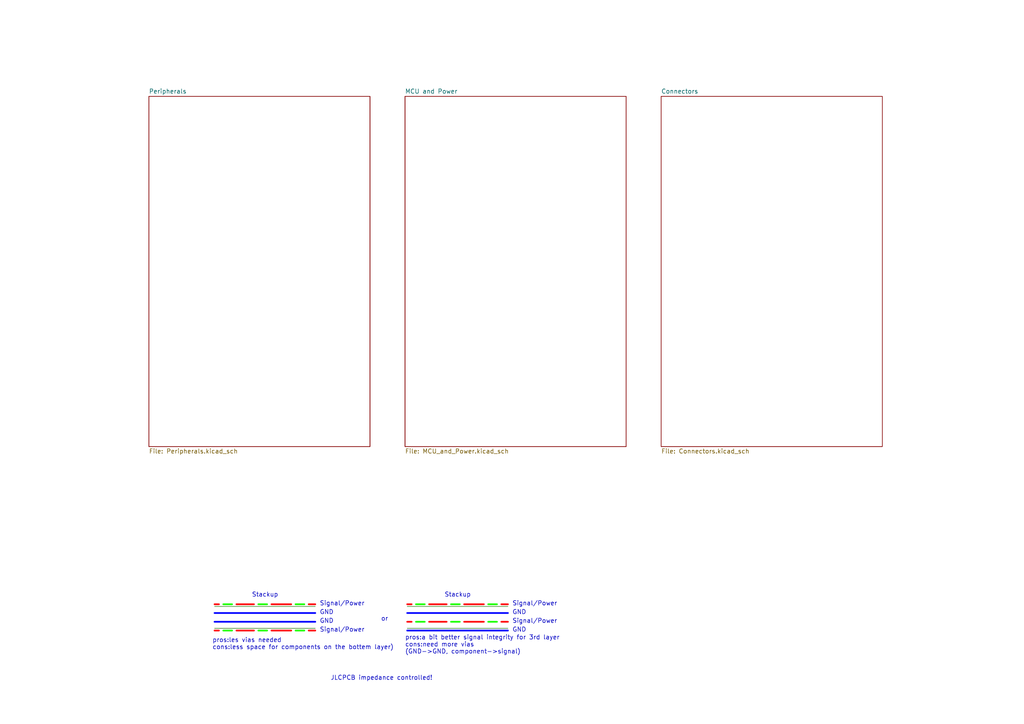
<source format=kicad_sch>
(kicad_sch (version 20211123) (generator eeschema)
  (paper "A4")
  (title_block (title "MulticopterFCS") (date "2022-07-04") (rev "V1.0") (company "MatvBinn"))
  (lib_symbols)
  (polyline (pts (xy 147.32 182.245) (xy 118.11 182.245)) (stroke (width 0) (type solid) (color 28 110 0 1)))
  (polyline (pts (xy 62.23 180.34) (xy 91.44 180.34)) (stroke (width 0.5) (type solid) (color 0 0 255 1)))
  (polyline (pts (xy 141.605 175.26) (xy 144.145 175.26)) (stroke (width 0.5) (type solid) (color 21 255 0 1)))
  (polyline (pts (xy 64.77 182.88) (xy 67.31 182.88)) (stroke (width 0.5) (type solid) (color 21 255 0 1)))
  (polyline (pts (xy 78.74 175.26) (xy 84.455 175.26)) (stroke (width 0.5) (type solid) (color 255 6 8 1)))
  (polyline (pts (xy 118.11 180.34) (xy 119.38 180.34)) (stroke (width 0.5) (type solid) (color 255 6 8 1)))
  (polyline (pts (xy 74.93 182.88) (xy 77.47 182.88)) (stroke (width 0.5) (type solid) (color 21 255 0 1)))
  (polyline (pts (xy 68.58 182.88) (xy 73.66 182.88)) (stroke (width 0.5) (type solid) (color 255 6 8 1)))
  (polyline (pts (xy 134.62 175.26) (xy 140.335 175.26)) (stroke (width 0.5) (type solid) (color 255 6 8 1)))
  (polyline (pts (xy 62.23 175.26) (xy 63.5 175.26)) (stroke (width 0.5) (type solid) (color 255 6 8 1)))
  (polyline (pts (xy 141.605 180.34) (xy 144.145 180.34)) (stroke (width 0.5) (type solid) (color 21 255 0 1)))
  (polyline (pts (xy 120.65 180.34) (xy 123.19 180.34)) (stroke (width 0.5) (type solid) (color 21 255 0 1)))
  (polyline (pts (xy 89.535 175.26) (xy 91.44 175.26)) (stroke (width 0.5) (type solid) (color 255 6 8 1)))
  (polyline (pts (xy 145.415 180.34) (xy 147.32 180.34)) (stroke (width 0.5) (type solid) (color 255 6 8 1)))
  (polyline (pts (xy 78.74 182.88) (xy 84.455 182.88)) (stroke (width 0.5) (type solid) (color 255 6 8 1)))
  (polyline (pts (xy 124.46 180.34) (xy 129.54 180.34)) (stroke (width 0.5) (type solid) (color 255 6 8 1)))
  (polyline (pts (xy 62.23 177.8) (xy 91.44 177.8)) (stroke (width 0.5) (type solid) (color 0 0 255 1)))
  (polyline (pts (xy 130.81 175.26) (xy 133.35 175.26)) (stroke (width 0.5) (type solid) (color 21 255 0 1)))
  (polyline (pts (xy 85.725 175.26) (xy 88.265 175.26)) (stroke (width 0.5) (type solid) (color 21 255 0 1)))
  (polyline (pts (xy 64.77 175.26) (xy 67.31 175.26)) (stroke (width 0.5) (type solid) (color 21 255 0 1)))
  (polyline (pts (xy 118.11 175.26) (xy 119.38 175.26)) (stroke (width 0.5) (type solid) (color 255 6 8 1)))
  (polyline (pts (xy 118.11 177.8) (xy 147.32 177.8)) (stroke (width 0.5) (type solid) (color 0 0 255 1)))
  (polyline (pts (xy 68.58 175.26) (xy 73.66 175.26)) (stroke (width 0.5) (type solid) (color 255 6 8 1)))
  (polyline (pts (xy 145.415 175.26) (xy 147.32 175.26)) (stroke (width 0.5) (type solid) (color 255 6 8 1)))
  (polyline (pts (xy 62.23 182.88) (xy 63.5 182.88)) (stroke (width 0.5) (type solid) (color 255 6 8 1)))
  (polyline (pts (xy 147.32 175.895) (xy 118.11 175.895)) (stroke (width 0) (type solid) (color 28 110 0 1)))
  (polyline (pts (xy 89.535 182.88) (xy 91.44 182.88)) (stroke (width 0.5) (type solid) (color 255 6 8 1)))
  (polyline (pts (xy 74.93 175.26) (xy 77.47 175.26)) (stroke (width 0.5) (type solid) (color 21 255 0 1)))
  (polyline (pts (xy 118.11 182.88) (xy 147.32 182.88)) (stroke (width 0.5) (type solid) (color 0 0 255 1)))
  (polyline (pts (xy 134.62 180.34) (xy 140.335 180.34)) (stroke (width 0.5) (type solid) (color 255 6 8 1)))
  (polyline (pts (xy 120.65 175.26) (xy 123.19 175.26)) (stroke (width 0.5) (type solid) (color 21 255 0 1)))
  (polyline (pts (xy 85.725 182.88) (xy 88.265 182.88)) (stroke (width 0.5) (type solid) (color 21 255 0 1)))
  (polyline (pts (xy 91.44 175.895) (xy 62.23 175.895)) (stroke (width 0) (type solid) (color 28 110 0 1)))
  (polyline (pts (xy 124.46 175.26) (xy 129.54 175.26)) (stroke (width 0.5) (type solid) (color 255 6 8 1)))
  (polyline (pts (xy 91.44 182.245) (xy 62.23 182.245)) (stroke (width 0) (type solid) (color 28 110 0 1)))
  (polyline (pts (xy 130.81 180.34) (xy 133.35 180.34)) (stroke (width 0.5) (type solid) (color 21 255 0 1)))
  (text "GND" (at 92.71 178.435 0) (effects (font (size 1.27 1.27)) (justify left bottom)))
  (text "Stackup" (at 73.025 173.355 0) (effects (font (size 1.27 1.27)) (justify left bottom)))
  (text "GND" (at 148.59 178.435 0) (effects (font (size 1.27 1.27)) (justify left bottom)))
  (text "pros:les vias needed\ncons:less space for components on the bottem layer)" (at 61.595 188.595 0) (effects (font (size 1.27 1.27)) (justify left bottom)))
  (text "Stackup" (at 128.905 173.355 0) (effects (font (size 1.27 1.27)) (justify left bottom)))
  (text "JLCPCB impedance controlled!" (at 95.885 197.485 0) (effects (font (size 1.27 1.27)) (justify left bottom)))
  (text "or" (at 110.49 180.34 0) (effects (font (size 1.27 1.27)) (justify left bottom)))
  (text "GND" (at 92.71 180.975 0) (effects (font (size 1.27 1.27)) (justify left bottom)))
  (text "pros:a bit better signal integrity for 3rd layer\ncons:need more vias \n(GND->GND, component->signal)" (at 117.475 189.865 0) (effects (font (size 1.27 1.27)) (justify left bottom)))
  (text "Signal/Power" (at 92.71 175.895 0) (effects (font (size 1.27 1.27)) (justify left bottom)))
  (text "Signal/Power" (at 148.59 180.975 0) (effects (font (size 1.27 1.27)) (justify left bottom)))
  (text "Signal/Power" (at 148.59 175.895 0) (effects (font (size 1.27 1.27)) (justify left bottom)))
  (text "GND" (at 148.59 183.515 0) (effects (font (size 1.27 1.27)) (justify left bottom)))
  (text "Signal/Power" (at 92.71 183.515 0) (effects (font (size 1.27 1.27)) (justify left bottom)))
  (sheet (at 117.475 27.94) (size 64.135 101.6) (stroke (width 0.1524))
    (property "Sheet name" "MCU and Power" (at 117.475 27.2284 0) (effects (justify left bottom)))
    (property "Sheet file" "MCU_and_Power.kicad_sch" (at 117.475 130.1246 0) (effects (justify left top)))
  )
  (sheet (at 191.77 27.94) (size 64.135 101.6) (stroke (width 0.1524))
    (property "Sheet name" "Connectors" (at 191.77 27.2284 0) (effects (justify left bottom)))
    (property "Sheet file" "Connectors.kicad_sch" (at 191.77 130.1246 0) (effects (justify left top)))
  )
  (sheet (at 43.18 27.94) (size 64.135 101.6) (stroke (width 0.1524))
    (property "Sheet name" "Peripherals" (at 43.18 27.2284 0) (effects (justify left bottom)))
    (property "Sheet file" "Peripherals.kicad_sch" (at 43.18 130.1246 0) (effects (justify left top)))
  )
)
</source>
